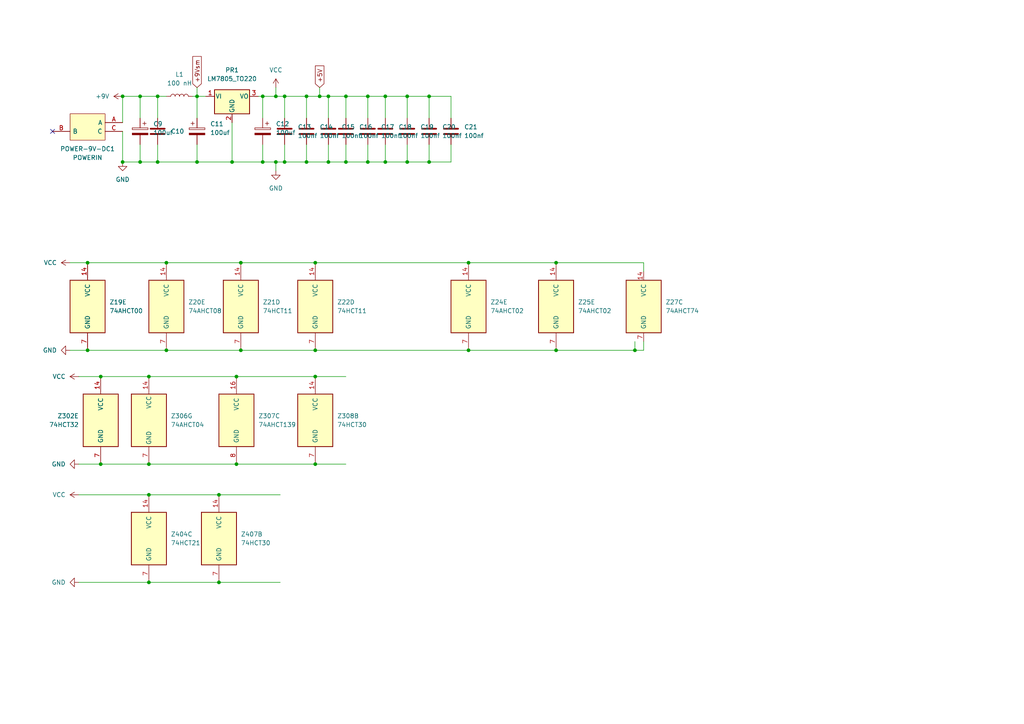
<source format=kicad_sch>
(kicad_sch (version 20211123) (generator eeschema)
  (paper "A4")
  (title_block (title "ACE4NOKB") (date "2020-04-30") (rev "Alpha") (company "Ontobus") (comment 1 "John Bradley") (comment 2 "https://creativecommons.org/licenses/by-nc-sa/4.0/") (comment 3 "Attribution-NonCommercial-ShareAlike 4.0 International License.") (comment 4 "This work is licensed under a Creative Commons "))
  (lib_symbols
    (symbol "74xx:74LS00" (pin_names (offset 1.016))
      (property "Reference" "U" (at 0 1.27 0))
      (property "Value" "74LS00" (at 0 -1.27 0))
      (symbol "74LS00_1_1"
        (pin input line (at -7.62 2.54 0) (length 3.81) (name "~") (number "1"))
        (pin input line (at -7.62 -2.54 0) (length 3.81) (name "~") (number "2"))
        (pin output inverted (at 7.62 0 180) (length 3.81) (name "~") (number "3"))
      )
      (symbol "74LS00_1_2"
        (pin input inverted (at -7.62 2.54 0) (length 4.318) (name "~") (number "1"))
        (pin input inverted (at -7.62 -2.54 0) (length 4.318) (name "~") (number "2"))
        (pin output line (at 7.62 0 180) (length 3.81) (name "~") (number "3"))
      )
      (symbol "74LS00_2_1"
        (pin input line (at -7.62 2.54 0) (length 3.81) (name "~") (number "4"))
        (pin input line (at -7.62 -2.54 0) (length 3.81) (name "~") (number "5"))
        (pin output inverted (at 7.62 0 180) (length 3.81) (name "~") (number "6"))
      )
      (symbol "74LS00_2_2"
        (pin input inverted (at -7.62 2.54 0) (length 4.318) (name "~") (number "4"))
        (pin input inverted (at -7.62 -2.54 0) (length 4.318) (name "~") (number "5"))
        (pin output line (at 7.62 0 180) (length 3.81) (name "~") (number "6"))
      )
      (symbol "74LS00_3_1"
        (pin input line (at -7.62 -2.54 0) (length 3.81) (name "~") (number "10"))
        (pin output inverted (at 7.62 0 180) (length 3.81) (name "~") (number "8"))
        (pin input line (at -7.62 2.54 0) (length 3.81) (name "~") (number "9"))
      )
      (symbol "74LS00_3_2"
        (pin input inverted (at -7.62 -2.54 0) (length 4.318) (name "~") (number "10"))
        (pin output line (at 7.62 0 180) (length 3.81) (name "~") (number "8"))
        (pin input inverted (at -7.62 2.54 0) (length 4.318) (name "~") (number "9"))
      )
      (symbol "74LS00_4_1"
        (pin output inverted (at 7.62 0 180) (length 3.81) (name "~") (number "11"))
        (pin input line (at -7.62 2.54 0) (length 3.81) (name "~") (number "12"))
        (pin input line (at -7.62 -2.54 0) (length 3.81) (name "~") (number "13"))
      )
      (symbol "74LS00_4_2"
        (pin output line (at 7.62 0 180) (length 3.81) (name "~") (number "11"))
        (pin input inverted (at -7.62 2.54 0) (length 4.318) (name "~") (number "12"))
        (pin input inverted (at -7.62 -2.54 0) (length 4.318) (name "~") (number "13"))
      )
      (symbol "74LS00_5_0"
        (pin power_in line (at 0 12.7 270) (length 5.08) (name "VCC") (number "14"))
        (pin power_in line (at 0 -12.7 90) (length 5.08) (name "GND") (number "7"))
      )
    )
    (symbol "74xx:74LS02" (pin_names (offset 1.016))
      (property "Reference" "U" (at 0 1.27 0))
      (property "Value" "74LS02" (at 0 -1.27 0))
      (symbol "74LS02_1_1"
        (pin output inverted (at 7.62 0 180) (length 3.81) (name "~") (number "1"))
        (pin input line (at -7.62 2.54 0) (length 4.318) (name "~") (number "2"))
        (pin input line (at -7.62 -2.54 0) (length 4.318) (name "~") (number "3"))
      )
      (symbol "74LS02_1_2"
        (pin output line (at 7.62 0 180) (length 3.81) (name "~") (number "1"))
        (pin input inverted (at -7.62 2.54 0) (length 3.81) (name "~") (number "2"))
        (pin input inverted (at -7.62 -2.54 0) (length 3.81) (name "~") (number "3"))
      )
      (symbol "74LS02_2_1"
        (pin output inverted (at 7.62 0 180) (length 3.81) (name "~") (number "4"))
        (pin input line (at -7.62 2.54 0) (length 4.318) (name "~") (number "5"))
        (pin input line (at -7.62 -2.54 0) (length 4.318) (name "~") (number "6"))
      )
      (symbol "74LS02_2_2"
        (pin output line (at 7.62 0 180) (length 3.81) (name "~") (number "4"))
        (pin input inverted (at -7.62 2.54 0) (length 3.81) (name "~") (number "5"))
        (pin input inverted (at -7.62 -2.54 0) (length 3.81) (name "~") (number "6"))
      )
      (symbol "74LS02_3_1"
        (pin output inverted (at 7.62 0 180) (length 3.81) (name "~") (number "10"))
        (pin input line (at -7.62 2.54 0) (length 4.318) (name "~") (number "8"))
        (pin input line (at -7.62 -2.54 0) (length 4.318) (name "~") (number "9"))
      )
      (symbol "74LS02_3_2"
        (pin output line (at 7.62 0 180) (length 3.81) (name "~") (number "10"))
        (pin input inverted (at -7.62 2.54 0) (length 3.81) (name "~") (number "8"))
        (pin input inverted (at -7.62 -2.54 0) (length 3.81) (name "~") (number "9"))
      )
      (symbol "74LS02_4_1"
        (pin input line (at -7.62 2.54 0) (length 4.318) (name "~") (number "11"))
        (pin input line (at -7.62 -2.54 0) (length 4.318) (name "~") (number "12"))
        (pin output inverted (at 7.62 0 180) (length 3.81) (name "~") (number "13"))
      )
      (symbol "74LS02_4_2"
        (pin input inverted (at -7.62 2.54 0) (length 3.81) (name "~") (number "11"))
        (pin input inverted (at -7.62 -2.54 0) (length 3.81) (name "~") (number "12"))
        (pin output line (at 7.62 0 180) (length 3.81) (name "~") (number "13"))
      )
      (symbol "74LS02_5_0"
        (pin power_in line (at 0 12.7 270) (length 5.08) (name "VCC") (number "14"))
        (pin power_in line (at 0 -12.7 90) (length 5.08) (name "GND") (number "7"))
      )
    )
    (symbol "74xx:74LS04"
      (property "Reference" "U" (at 0 1.27 0))
      (property "Value" "74LS04" (at 0 -1.27 0))
      (symbol "74LS04_1_0"
        (pin input line (at -7.62 0 0) (length 3.81) (name "~") (number "1"))
        (pin output inverted (at 7.62 0 180) (length 3.81) (name "~") (number "2"))
      )
      (symbol "74LS04_2_0"
        (pin input line (at -7.62 0 0) (length 3.81) (name "~") (number "3"))
        (pin output inverted (at 7.62 0 180) (length 3.81) (name "~") (number "4"))
      )
      (symbol "74LS04_3_0"
        (pin input line (at -7.62 0 0) (length 3.81) (name "~") (number "5"))
        (pin output inverted (at 7.62 0 180) (length 3.81) (name "~") (number "6"))
      )
      (symbol "74LS04_4_0"
        (pin output inverted (at 7.62 0 180) (length 3.81) (name "~") (number "8"))
        (pin input line (at -7.62 0 0) (length 3.81) (name "~") (number "9"))
      )
      (symbol "74LS04_5_0"
        (pin output inverted (at 7.62 0 180) (length 3.81) (name "~") (number "10"))
        (pin input line (at -7.62 0 0) (length 3.81) (name "~") (number "11"))
      )
      (symbol "74LS04_6_0"
        (pin output inverted (at 7.62 0 180) (length 3.81) (name "~") (number "12"))
        (pin input line (at -7.62 0 0) (length 3.81) (name "~") (number "13"))
      )
      (symbol "74LS04_7_0"
        (pin power_in line (at 0 12.7 270) (length 5.08) (name "VCC") (number "14"))
        (pin power_in line (at 0 -12.7 90) (length 5.08) (name "GND") (number "7"))
      )
    )
    (symbol "74xx:74LS08" (pin_names (offset 1.016))
      (property "Reference" "U" (at 0 1.27 0))
      (property "Value" "74LS08" (at 0 -1.27 0))
      (symbol "74LS08_1_1"
        (pin input line (at -7.62 2.54 0) (length 3.81) (name "~") (number "1"))
        (pin input line (at -7.62 -2.54 0) (length 3.81) (name "~") (number "2"))
        (pin output line (at 7.62 0 180) (length 3.81) (name "~") (number "3"))
      )
      (symbol "74LS08_1_2"
        (pin input inverted (at -7.62 2.54 0) (length 4.318) (name "~") (number "1"))
        (pin input inverted (at -7.62 -2.54 0) (length 4.318) (name "~") (number "2"))
        (pin output inverted (at 7.62 0 180) (length 3.81) (name "~") (number "3"))
      )
      (symbol "74LS08_2_1"
        (pin input line (at -7.62 2.54 0) (length 3.81) (name "~") (number "4"))
        (pin input line (at -7.62 -2.54 0) (length 3.81) (name "~") (number "5"))
        (pin output line (at 7.62 0 180) (length 3.81) (name "~") (number "6"))
      )
      (symbol "74LS08_2_2"
        (pin input inverted (at -7.62 2.54 0) (length 4.318) (name "~") (number "4"))
        (pin input inverted (at -7.62 -2.54 0) (length 4.318) (name "~") (number "5"))
        (pin output inverted (at 7.62 0 180) (length 3.81) (name "~") (number "6"))
      )
      (symbol "74LS08_3_1"
        (pin input line (at -7.62 -2.54 0) (length 3.81) (name "~") (number "10"))
        (pin output line (at 7.62 0 180) (length 3.81) (name "~") (number "8"))
        (pin input line (at -7.62 2.54 0) (length 3.81) (name "~") (number "9"))
      )
      (symbol "74LS08_3_2"
        (pin input inverted (at -7.62 -2.54 0) (length 4.318) (name "~") (number "10"))
        (pin output inverted (at 7.62 0 180) (length 3.81) (name "~") (number "8"))
        (pin input inverted (at -7.62 2.54 0) (length 4.318) (name "~") (number "9"))
      )
      (symbol "74LS08_4_1"
        (pin output line (at 7.62 0 180) (length 3.81) (name "~") (number "11"))
        (pin input line (at -7.62 2.54 0) (length 3.81) (name "~") (number "12"))
        (pin input line (at -7.62 -2.54 0) (length 3.81) (name "~") (number "13"))
      )
      (symbol "74LS08_4_2"
        (pin output inverted (at 7.62 0 180) (length 3.81) (name "~") (number "11"))
        (pin input inverted (at -7.62 2.54 0) (length 4.318) (name "~") (number "12"))
        (pin input inverted (at -7.62 -2.54 0) (length 4.318) (name "~") (number "13"))
      )
      (symbol "74LS08_5_0"
        (pin power_in line (at 0 12.7 270) (length 5.08) (name "VCC") (number "14"))
        (pin power_in line (at 0 -12.7 90) (length 5.08) (name "GND") (number "7"))
      )
    )
    (symbol "74xx:74LS11" (pin_names (offset 1.016))
      (property "Reference" "U" (at 0 1.27 0))
      (property "Value" "74LS11" (at 0 -1.27 0))
      (symbol "74LS11_1_1"
        (pin input line (at -7.62 2.54 0) (length 3.81) (name "~") (number "1"))
        (pin output line (at 7.62 0 180) (length 3.81) (name "~") (number "12"))
        (pin input line (at -7.62 -2.54 0) (length 3.81) (name "~") (number "13"))
        (pin input line (at -7.62 0 0) (length 3.81) (name "~") (number "2"))
      )
      (symbol "74LS11_1_2"
        (pin input inverted (at -7.62 2.54 0) (length 4.318) (name "~") (number "1"))
        (pin output inverted (at 7.62 0 180) (length 3.81) (name "~") (number "12"))
        (pin input inverted (at -7.62 -2.54 0) (length 4.318) (name "~") (number "13"))
        (pin input inverted (at -7.62 0 0) (length 4.953) (name "~") (number "2"))
      )
      (symbol "74LS11_2_1"
        (pin input line (at -7.62 2.54 0) (length 3.81) (name "~") (number "3"))
        (pin input line (at -7.62 0 0) (length 3.81) (name "~") (number "4"))
        (pin input line (at -7.62 -2.54 0) (length 3.81) (name "~") (number "5"))
        (pin output line (at 7.62 0 180) (length 3.81) (name "~") (number "6"))
      )
      (symbol "74LS11_2_2"
        (pin input inverted (at -7.62 2.54 0) (length 4.318) (name "~") (number "3"))
        (pin input inverted (at -7.62 0 0) (length 4.953) (name "~") (number "4"))
        (pin input inverted (at -7.62 -2.54 0) (length 4.318) (name "~") (number "5"))
        (pin output inverted (at 7.62 0 180) (length 3.81) (name "~") (number "6"))
      )
      (symbol "74LS11_3_1"
        (pin input line (at -7.62 0 0) (length 3.81) (name "~") (number "10"))
        (pin input line (at -7.62 -2.54 0) (length 3.81) (name "~") (number "11"))
        (pin output line (at 7.62 0 180) (length 3.81) (name "~") (number "8"))
        (pin input line (at -7.62 2.54 0) (length 3.81) (name "~") (number "9"))
      )
      (symbol "74LS11_3_2"
        (pin input inverted (at -7.62 0 0) (length 4.953) (name "~") (number "10"))
        (pin input inverted (at -7.62 -2.54 0) (length 4.318) (name "~") (number "11"))
        (pin output inverted (at 7.62 0 180) (length 3.81) (name "~") (number "8"))
        (pin input inverted (at -7.62 2.54 0) (length 4.318) (name "~") (number "9"))
      )
      (symbol "74LS11_4_0"
        (pin power_in line (at 0 12.7 270) (length 5.08) (name "VCC") (number "14"))
        (pin power_in line (at 0 -12.7 90) (length 5.08) (name "GND") (number "7"))
      )
    )
    (symbol "74xx:74LS139" (pin_names (offset 1.016))
      (property "Reference" "U" (at -7.62 8.89 0))
      (property "Value" "74LS139" (at -7.62 -8.89 0))
      (symbol "74LS139_1_0"
        (pin input inverted (at -12.7 -5.08 0) (length 5.08) (name "E") (number "1"))
        (pin input line (at -12.7 0 0) (length 5.08) (name "A0") (number "2"))
        (pin input line (at -12.7 2.54 0) (length 5.08) (name "A1") (number "3"))
        (pin output inverted (at 12.7 2.54 180) (length 5.08) (name "O0") (number "4"))
        (pin output inverted (at 12.7 0 180) (length 5.08) (name "O1") (number "5"))
        (pin output inverted (at 12.7 -2.54 180) (length 5.08) (name "O2") (number "6"))
        (pin output inverted (at 12.7 -5.08 180) (length 5.08) (name "O3") (number "7"))
      )
      (symbol "74LS139_2_0"
        (pin output inverted (at 12.7 -2.54 180) (length 5.08) (name "O2") (number "10"))
        (pin output inverted (at 12.7 0 180) (length 5.08) (name "O1") (number "11"))
        (pin output inverted (at 12.7 2.54 180) (length 5.08) (name "O0") (number "12"))
        (pin input line (at -12.7 2.54 0) (length 5.08) (name "A1") (number "13"))
        (pin input line (at -12.7 0 0) (length 5.08) (name "A0") (number "14"))
        (pin input inverted (at -12.7 -5.08 0) (length 5.08) (name "E") (number "15"))
        (pin output inverted (at 12.7 -5.08 180) (length 5.08) (name "O3") (number "9"))
      )
      (symbol "74LS139_3_0"
        (pin power_in line (at 0 12.7 270) (length 5.08) (name "VCC") (number "16"))
        (pin power_in line (at 0 -12.7 90) (length 5.08) (name "GND") (number "8"))
      )
    )
    (symbol "74xx:74LS21" (pin_names (offset 1.016))
      (property "Reference" "U" (at 0 1.27 0))
      (property "Value" "74LS21" (at 0 -1.27 0))
      (symbol "74LS21_1_1"
        (pin input line (at -7.62 3.81 0) (length 3.81) (name "~") (number "1"))
        (pin input line (at -7.62 1.27 0) (length 3.81) (name "~") (number "2"))
        (pin input line (at -7.62 -1.27 0) (length 3.81) (name "~") (number "4"))
        (pin input line (at -7.62 -3.81 0) (length 3.81) (name "~") (number "5"))
        (pin output line (at 7.62 0 180) (length 3.81) (name "~") (number "6"))
      )
      (symbol "74LS21_1_2"
        (pin input inverted (at -7.62 3.81 0) (length 3.81) (name "~") (number "1"))
        (pin input inverted (at -7.62 1.27 0) (length 4.826) (name "~") (number "2"))
        (pin input inverted (at -7.62 -1.27 0) (length 4.826) (name "~") (number "4"))
        (pin input inverted (at -7.62 -3.81 0) (length 3.81) (name "~") (number "5"))
        (pin output inverted (at 7.62 0 180) (length 3.81) (name "~") (number "6"))
      )
      (symbol "74LS21_2_1"
        (pin input line (at -7.62 1.27 0) (length 3.81) (name "~") (number "10"))
        (pin input line (at -7.62 -1.27 0) (length 3.81) (name "~") (number "12"))
        (pin input line (at -7.62 -3.81 0) (length 3.81) (name "~") (number "13"))
        (pin output line (at 7.62 0 180) (length 3.81) (name "~") (number "8"))
        (pin input line (at -7.62 3.81 0) (length 3.81) (name "~") (number "9"))
      )
      (symbol "74LS21_2_2"
        (pin input inverted (at -7.62 1.27 0) (length 4.826) (name "~") (number "10"))
        (pin input inverted (at -7.62 -1.27 0) (length 4.826) (name "~") (number "12"))
        (pin input inverted (at -7.62 -3.81 0) (length 3.81) (name "~") (number "13"))
        (pin output inverted (at 7.62 0 180) (length 3.81) (name "~") (number "8"))
        (pin input inverted (at -7.62 3.81 0) (length 3.81) (name "~") (number "9"))
      )
      (symbol "74LS21_3_0"
        (pin power_in line (at 0 12.7 270) (length 5.08) (name "VCC") (number "14"))
        (pin power_in line (at 0 -12.7 90) (length 5.08) (name "GND") (number "7"))
      )
    )
    (symbol "74xx:74LS30" (pin_names (offset 1.016))
      (property "Reference" "U" (at 0 1.27 0))
      (property "Value" "74LS30" (at 0 -1.27 0))
      (symbol "74LS30_1_1"
        (pin input line (at -7.62 7.62 0) (length 3.81) (name "~") (number "1"))
        (pin input line (at -7.62 -7.62 0) (length 3.81) (name "~") (number "11"))
        (pin input line (at -7.62 -10.16 0) (length 3.81) (name "~") (number "12"))
        (pin input line (at -7.62 5.08 0) (length 3.81) (name "~") (number "2"))
        (pin input line (at -7.62 2.54 0) (length 3.81) (name "~") (number "3"))
        (pin input line (at -7.62 0 0) (length 3.81) (name "~") (number "4"))
        (pin input line (at -7.62 -2.54 0) (length 3.81) (name "~") (number "5"))
        (pin input line (at -7.62 -5.08 0) (length 3.81) (name "~") (number "6"))
        (pin output inverted (at 7.62 0 180) (length 3.81) (name "~") (number "8"))
      )
      (symbol "74LS30_1_2"
        (pin input inverted (at -7.62 7.62 0) (length 3.81) (name "~") (number "1"))
        (pin input inverted (at -7.62 -7.62 0) (length 3.81) (name "~") (number "11"))
        (pin input inverted (at -7.62 -10.16 0) (length 3.81) (name "~") (number "12"))
        (pin input inverted (at -7.62 5.08 0) (length 3.81) (name "~") (number "2"))
        (pin input inverted (at -7.62 2.54 0) (length 4.5466) (name "~") (number "3"))
        (pin input inverted (at -7.62 0 0) (length 5.08) (name "~") (number "4"))
        (pin input inverted (at -7.62 -2.54 0) (length 4.5466) (name "~") (number "5"))
        (pin input inverted (at -7.62 -5.08 0) (length 3.81) (name "~") (number "6"))
        (pin output line (at 7.62 0 180) (length 3.81) (name "~") (number "8"))
      )
      (symbol "74LS30_2_0"
        (pin power_in line (at 0 12.7 270) (length 5.08) (name "VCC") (number "14"))
        (pin power_in line (at 0 -12.7 90) (length 5.08) (name "GND") (number "7"))
      )
    )
    (symbol "74xx:74LS32" (pin_names (offset 1.016))
      (property "Reference" "U" (at 0 1.27 0))
      (property "Value" "74LS32" (at 0 -1.27 0))
      (symbol "74LS32_1_1"
        (pin input line (at -7.62 2.54 0) (length 4.318) (name "~") (number "1"))
        (pin input line (at -7.62 -2.54 0) (length 4.318) (name "~") (number "2"))
        (pin output line (at 7.62 0 180) (length 3.81) (name "~") (number "3"))
      )
      (symbol "74LS32_1_2"
        (pin input inverted (at -7.62 2.54 0) (length 3.81) (name "~") (number "1"))
        (pin input inverted (at -7.62 -2.54 0) (length 3.81) (name "~") (number "2"))
        (pin output inverted (at 7.62 0 180) (length 3.81) (name "~") (number "3"))
      )
      (symbol "74LS32_2_1"
        (pin input line (at -7.62 2.54 0) (length 4.318) (name "~") (number "4"))
        (pin input line (at -7.62 -2.54 0) (length 4.318) (name "~") (number "5"))
        (pin output line (at 7.62 0 180) (length 3.81) (name "~") (number "6"))
      )
      (symbol "74LS32_2_2"
        (pin input inverted (at -7.62 2.54 0) (length 3.81) (name "~") (number "4"))
        (pin input inverted (at -7.62 -2.54 0) (length 3.81) (name "~") (number "5"))
        (pin output inverted (at 7.62 0 180) (length 3.81) (name "~") (number "6"))
      )
      (symbol "74LS32_3_1"
        (pin input line (at -7.62 -2.54 0) (length 4.318) (name "~") (number "10"))
        (pin output line (at 7.62 0 180) (length 3.81) (name "~") (number "8"))
        (pin input line (at -7.62 2.54 0) (length 4.318) (name "~") (number "9"))
      )
      (symbol "74LS32_3_2"
        (pin input inverted (at -7.62 -2.54 0) (length 3.81) (name "~") (number "10"))
        (pin output inverted (at 7.62 0 180) (length 3.81) (name "~") (number "8"))
        (pin input inverted (at -7.62 2.54 0) (length 3.81) (name "~") (number "9"))
      )
      (symbol "74LS32_4_1"
        (pin output line (at 7.62 0 180) (length 3.81) (name "~") (number "11"))
        (pin input line (at -7.62 2.54 0) (length 4.318) (name "~") (number "12"))
        (pin input line (at -7.62 -2.54 0) (length 4.318) (name "~") (number "13"))
      )
      (symbol "74LS32_4_2"
        (pin output inverted (at 7.62 0 180) (length 3.81) (name "~") (number "11"))
        (pin input inverted (at -7.62 2.54 0) (length 3.81) (name "~") (number "12"))
        (pin input inverted (at -7.62 -2.54 0) (length 3.81) (name "~") (number "13"))
      )
      (symbol "74LS32_5_0"
        (pin power_in line (at 0 12.7 270) (length 5.08) (name "VCC") (number "14"))
        (pin power_in line (at 0 -12.7 90) (length 5.08) (name "GND") (number "7"))
      )
    )
    (symbol "74xx:74LS74" (pin_names (offset 1.016))
      (property "Reference" "U" (at -7.62 8.89 0))
      (property "Value" "74LS74" (at -7.62 -8.89 0))
      (symbol "74LS74_1_0"
        (pin input line (at 0 -7.62 90) (length 2.54) (name "~{R}") (number "1"))
        (pin input line (at -7.62 2.54 0) (length 2.54) (name "D") (number "2"))
        (pin input clock (at -7.62 0 0) (length 2.54) (name "C") (number "3"))
        (pin input line (at 0 7.62 270) (length 2.54) (name "~{S}") (number "4"))
        (pin output line (at 7.62 2.54 180) (length 2.54) (name "Q") (number "5"))
        (pin output line (at 7.62 -2.54 180) (length 2.54) (name "~{Q}") (number "6"))
      )
      (symbol "74LS74_2_0"
        (pin input line (at 0 7.62 270) (length 2.54) (name "~{S}") (number "10"))
        (pin input clock (at -7.62 0 0) (length 2.54) (name "C") (number "11"))
        (pin input line (at -7.62 2.54 0) (length 2.54) (name "D") (number "12"))
        (pin input line (at 0 -7.62 90) (length 2.54) (name "~{R}") (number "13"))
        (pin output line (at 7.62 -2.54 180) (length 2.54) (name "~{Q}") (number "8"))
        (pin output line (at 7.62 2.54 180) (length 2.54) (name "Q") (number "9"))
      )
      (symbol "74LS74_3_0"
        (pin power_in line (at 0 10.16 270) (length 2.54) (name "VCC") (number "14"))
        (pin power_in line (at 0 -10.16 90) (length 2.54) (name "GND") (number "7"))
      )
    )
    (symbol "Device:C" (pin_numbers hide) (pin_names (offset 0.254))
      (property "Reference" "C" (at 0.635 2.54 0))
      (property "Value" "C" (at 0.635 -2.54 0))
      (symbol "C_1_1"
        (pin passive line (at 0 3.81 270) (length 2.794) (name "~") (number "1"))
        (pin passive line (at 0 -3.81 90) (length 2.794) (name "~") (number "2"))
      )
    )
    (symbol "Device:C_Polarized" (pin_numbers hide) (pin_names (offset 0.254))
      (property "Reference" "C" (at 0.635 2.54 0))
      (property "Value" "C_Polarized" (at 0.635 -2.54 0))
      (symbol "C_Polarized_1_1"
        (pin passive line (at 0 3.81 270) (length 2.794) (name "~") (number "1"))
        (pin passive line (at 0 -3.81 90) (length 2.794) (name "~") (number "2"))
      )
    )
    (symbol "ExtraSymbols:163-179PH-EX" (pin_names (offset 0.762))
      (property "Reference" "J" (at 16.51 7.62 0))
      (property "Value" "163-179PH-EX" (at 16.51 5.08 0))
      (symbol "163-179PH-EX_0_0"
        (pin power_out line (at 20.32 -2.54 180) (length 5.08) (name "A") (number "A"))
        (pin power_out line (at 0 0 0) (length 5.08) (name "B") (number "B"))
        (pin power_out line (at 20.32 0 180) (length 5.08) (name "C") (number "C"))
      )
    )
    (symbol "ExtraSymbols:L(PSU)" (pin_numbers hide) (pin_names (offset 1.016) hide)
      (property "Reference" "L" (at -1.27 0 90))
      (property "Value" "L(PSU)" (at 1.905 0 90))
      (symbol "L(PSU)_1_1"
        (pin power_in line (at 0 3.81 270) (length 1.27) (name "1") (number "1"))
        (pin power_out line (at 0 -3.81 90) (length 1.27) (name "2") (number "2"))
      )
    )
    (symbol "Regulator_Linear:LM7805_TO220" (pin_names (offset 0.254))
      (property "Reference" "U" (at -3.81 3.175 0))
      (property "Value" "LM7805_TO220" (at 0 3.175 0))
      (symbol "LM7805_TO220_1_1"
        (pin power_in line (at -7.62 0 0) (length 2.54) (name "VI") (number "1"))
        (pin power_in line (at 0 -7.62 90) (length 2.54) (name "GND") (number "2"))
        (pin power_out line (at 7.62 0 180) (length 2.54) (name "VO") (number "3"))
      )
    )
    (symbol "power:+9V" (power) (pin_names (offset 0))
      (property "Value" "+9V" (at 0 3.556 0))
      (symbol "+9V_1_1"
        (pin power_in line (at 0 0 90) (length 0) hide (name "+9V") (number "1"))
      )
    )
    (symbol "power:GND" (power) (pin_names (offset 0))
      (property "Value" "GND" (at 0 -3.81 0))
      (symbol "GND_1_1"
        (pin power_in line (at 0 0 270) (length 0) hide (name "GND") (number "1"))
      )
    )
    (symbol "power:VCC" (power) (pin_names (offset 0))
      (property "Value" "VCC" (at 0 3.81 0))
      (symbol "VCC_1_1"
        (pin power_in line (at 0 0 90) (length 0) hide (name "VCC") (number "1"))
      )
    )
  )
  (junction (at 92.71 27.94))
  (junction (at 88.9 46.99))
  (junction (at 45.72 46.99))
  (junction (at 67.31 46.99))
  (junction (at 106.68 46.99))
  (junction (at 100.33 27.94))
  (junction (at 135.89 101.6))
  (junction (at 111.76 46.99))
  (junction (at 57.15 46.99))
  (junction (at 95.25 46.99))
  (junction (at 82.55 46.99))
  (junction (at 124.46 46.99))
  (junction (at 161.29 101.6))
  (junction (at 161.29 76.2))
  (junction (at 43.18 134.62))
  (junction (at 135.89 76.2))
  (junction (at 80.01 46.99))
  (junction (at 124.46 27.94))
  (junction (at 91.44 109.22))
  (junction (at 43.18 109.22))
  (junction (at 43.18 168.91))
  (junction (at 48.26 101.6))
  (junction (at 57.15 27.94))
  (junction (at 82.55 27.94))
  (junction (at 76.2 27.94))
  (junction (at 76.2 46.99))
  (junction (at 35.56 27.94))
  (junction (at 91.44 101.6))
  (junction (at 48.26 76.2))
  (junction (at 68.58 109.22))
  (junction (at 69.85 76.2))
  (junction (at 40.64 27.94))
  (junction (at 25.4 76.2))
  (junction (at 118.11 27.94))
  (junction (at 184.15 101.6))
  (junction (at 40.64 46.99))
  (junction (at 35.56 46.99))
  (junction (at 69.85 101.6))
  (junction (at 91.44 134.62))
  (junction (at 63.5 143.51))
  (junction (at 25.4 101.6))
  (junction (at 118.11 46.99))
  (junction (at 43.18 143.51))
  (junction (at 29.21 134.62))
  (junction (at 88.9 27.94))
  (junction (at 100.33 46.99))
  (junction (at 91.44 76.2))
  (junction (at 106.68 27.94))
  (junction (at 29.21 109.22))
  (junction (at 111.76 27.94))
  (junction (at 68.58 134.62))
  (junction (at 63.5 168.91))
  (junction (at 80.01 27.94))
  (junction (at 45.72 27.94))
  (junction (at 95.25 27.94))
  (no_connect (at 15.24 38.1))
  (wire (pts (xy 118.11 27.94) (xy 124.46 27.94)))
  (wire (pts (xy 124.46 27.94) (xy 124.46 34.29)))
  (wire (pts (xy 82.55 46.99) (xy 88.9 46.99)))
  (wire (pts (xy 184.15 99.06) (xy 184.15 101.6)))
  (wire (pts (xy 20.32 101.6) (xy 25.4 101.6)))
  (wire (pts (xy 22.86 109.22) (xy 29.21 109.22)))
  (wire (pts (xy 95.25 27.94) (xy 100.33 27.94)))
  (wire (pts (xy 25.4 101.6) (xy 48.26 101.6)))
  (wire (pts (xy 95.25 27.94) (xy 95.25 34.29)))
  (wire (pts (xy 100.33 41.91) (xy 100.33 46.99)))
  (wire (pts (xy 100.33 46.99) (xy 106.68 46.99)))
  (wire (pts (xy 100.33 27.94) (xy 100.33 34.29)))
  (wire (pts (xy 161.29 101.6) (xy 184.15 101.6)))
  (wire (pts (xy 43.18 134.62) (xy 68.58 134.62)))
  (wire (pts (xy 92.71 25.4) (xy 92.71 27.94)))
  (wire (pts (xy 106.68 46.99) (xy 111.76 46.99)))
  (wire (pts (xy 40.64 41.91) (xy 40.64 46.99)))
  (wire (pts (xy 35.56 38.1) (xy 35.56 46.99)))
  (wire (pts (xy 25.4 76.2) (xy 48.26 76.2)))
  (wire (pts (xy 186.69 99.06) (xy 186.69 101.6)))
  (wire (pts (xy 186.69 76.2) (xy 186.69 78.74)))
  (wire (pts (xy 130.81 27.94) (xy 130.81 34.29)))
  (wire (pts (xy 76.2 41.91) (xy 76.2 46.99)))
  (wire (pts (xy 92.71 27.94) (xy 95.25 27.94)))
  (wire (pts (xy 80.01 25.4) (xy 80.01 27.94)))
  (wire (pts (xy 118.11 46.99) (xy 124.46 46.99)))
  (wire (pts (xy 91.44 101.6) (xy 135.89 101.6)))
  (wire (pts (xy 76.2 27.94) (xy 80.01 27.94)))
  (wire (pts (xy 63.5 168.91) (xy 81.28 168.91)))
  (wire (pts (xy 88.9 27.94) (xy 88.9 34.29)))
  (wire (pts (xy 76.2 34.29) (xy 76.2 27.94)))
  (wire (pts (xy 29.21 109.22) (xy 43.18 109.22)))
  (wire (pts (xy 80.01 49.53) (xy 80.01 46.99)))
  (wire (pts (xy 95.25 46.99) (xy 100.33 46.99)))
  (wire (pts (xy 69.85 101.6) (xy 91.44 101.6)))
  (wire (pts (xy 111.76 27.94) (xy 118.11 27.94)))
  (wire (pts (xy 45.72 41.91) (xy 45.72 46.99)))
  (wire (pts (xy 67.31 46.99) (xy 76.2 46.99)))
  (wire (pts (xy 22.86 143.51) (xy 43.18 143.51)))
  (wire (pts (xy 88.9 41.91) (xy 88.9 46.99)))
  (wire (pts (xy 130.81 41.91) (xy 130.81 46.99)))
  (wire (pts (xy 100.33 27.94) (xy 106.68 27.94)))
  (wire (pts (xy 22.86 134.62) (xy 29.21 134.62)))
  (wire (pts (xy 161.29 76.2) (xy 186.69 76.2)))
  (wire (pts (xy 63.5 143.51) (xy 81.28 143.51)))
  (wire (pts (xy 111.76 41.91) (xy 111.76 46.99)))
  (wire (pts (xy 184.15 101.6) (xy 186.69 101.6)))
  (wire (pts (xy 91.44 134.62) (xy 100.33 134.62)))
  (wire (pts (xy 59.69 27.94) (xy 57.15 27.94)))
  (wire (pts (xy 55.88 27.94) (xy 57.15 27.94)))
  (wire (pts (xy 48.26 101.6) (xy 69.85 101.6)))
  (wire (pts (xy 106.68 27.94) (xy 111.76 27.94)))
  (wire (pts (xy 48.26 27.94) (xy 45.72 27.94)))
  (wire (pts (xy 118.11 27.94) (xy 118.11 34.29)))
  (wire (pts (xy 35.56 27.94) (xy 35.56 35.56)))
  (wire (pts (xy 22.86 168.91) (xy 43.18 168.91)))
  (wire (pts (xy 82.55 27.94) (xy 88.9 27.94)))
  (wire (pts (xy 82.55 27.94) (xy 82.55 34.29)))
  (wire (pts (xy 68.58 134.62) (xy 91.44 134.62)))
  (wire (pts (xy 69.85 76.2) (xy 91.44 76.2)))
  (wire (pts (xy 57.15 46.99) (xy 67.31 46.99)))
  (wire (pts (xy 45.72 46.99) (xy 40.64 46.99)))
  (wire (pts (xy 68.58 109.22) (xy 91.44 109.22)))
  (wire (pts (xy 106.68 41.91) (xy 106.68 46.99)))
  (wire (pts (xy 88.9 27.94) (xy 92.71 27.94)))
  (wire (pts (xy 106.68 27.94) (xy 106.68 34.29)))
  (wire (pts (xy 124.46 46.99) (xy 130.81 46.99)))
  (wire (pts (xy 91.44 109.22) (xy 100.33 109.22)))
  (wire (pts (xy 118.11 41.91) (xy 118.11 46.99)))
  (wire (pts (xy 43.18 109.22) (xy 68.58 109.22)))
  (wire (pts (xy 74.93 27.94) (xy 76.2 27.94)))
  (wire (pts (xy 76.2 46.99) (xy 80.01 46.99)))
  (wire (pts (xy 91.44 76.2) (xy 135.89 76.2)))
  (wire (pts (xy 40.64 27.94) (xy 45.72 27.94)))
  (wire (pts (xy 45.72 27.94) (xy 45.72 34.29)))
  (wire (pts (xy 80.01 27.94) (xy 82.55 27.94)))
  (wire (pts (xy 95.25 41.91) (xy 95.25 46.99)))
  (wire (pts (xy 57.15 46.99) (xy 45.72 46.99)))
  (wire (pts (xy 111.76 46.99) (xy 118.11 46.99)))
  (wire (pts (xy 67.31 35.56) (xy 67.31 46.99)))
  (wire (pts (xy 57.15 27.94) (xy 57.15 34.29)))
  (wire (pts (xy 35.56 27.94) (xy 40.64 27.94)))
  (wire (pts (xy 80.01 46.99) (xy 82.55 46.99)))
  (wire (pts (xy 40.64 46.99) (xy 35.56 46.99)))
  (wire (pts (xy 40.64 34.29) (xy 40.64 27.94)))
  (wire (pts (xy 43.18 168.91) (xy 63.5 168.91)))
  (wire (pts (xy 82.55 41.91) (xy 82.55 46.99)))
  (wire (pts (xy 43.18 143.51) (xy 63.5 143.51)))
  (wire (pts (xy 48.26 76.2) (xy 69.85 76.2)))
  (wire (pts (xy 124.46 41.91) (xy 124.46 46.99)))
  (wire (pts (xy 88.9 46.99) (xy 95.25 46.99)))
  (wire (pts (xy 124.46 27.94) (xy 130.81 27.94)))
  (wire (pts (xy 135.89 101.6) (xy 161.29 101.6)))
  (wire (pts (xy 57.15 25.4) (xy 57.15 27.94)))
  (wire (pts (xy 57.15 41.91) (xy 57.15 46.99)))
  (wire (pts (xy 111.76 27.94) (xy 111.76 34.29)))
  (wire (pts (xy 29.21 134.62) (xy 43.18 134.62)))
  (wire (pts (xy 20.32 76.2) (xy 25.4 76.2)))
  (wire (pts (xy 135.89 76.2) (xy 161.29 76.2)))
  (global_label "+9Vsm" (shape input) (at 57.15 25.4 90) (property "Intersheetrefs" "${INTERSHEET_REFS}" (at 57.0706 16.4839 90) (effects (justify left))))
  (global_label "+5V" (shape input) (at 92.71 25.4 90) (property "Intersheet References" "${INTERSHEET_REFS}" (at 92.6306 19.2053 90) (effects (justify left))))
  (symbol (lib_id "Device:C") (at 95.25 38.1 0) (unit 1)
    (property "Reference" "C15" (at 99.06 36.8299 0) (effects (justify left)))
    (property "Value" "100nf" (at 99.06 39.3699 0) (effects (justify left)))
    (property "Footprint" "Capacitor_THT:C_Disc_D3.0mm_W1.6mm_P2.50mm" (effects hide))
    (property "Description" "Vishay 100nF Multilayer Ceramic Capacitor MLCC 50V dc +~-10% X7R Dielectric Radial, Max. Temp. +125C" (effects hide))
    (property "Height" "3" (effects hide))
    (property "RS Part Number" "8523267" (effects hide))
    (property "RS Price/Stock" "http:/uk.rs-online.com/web/p/products/8523267" (effects hide))
    (property "Manufacturer_Name" "Vishay" (effects hide))
    (property "Manufacturer_Part_Number" "K104K10X7RF53H5" (effects hide))
    (property "Allied_Number" "70122995" (effects hide))
  )
  (symbol (lib_id "Device:C") (at 100.33 38.1 0) (unit 1)
    (property "Reference" "C16" (at 104.14 36.8299 0) (effects (justify left)))
    (property "Value" "100nf" (at 104.14 39.3699 0) (effects (justify left)))
    (property "Footprint" "Capacitor_THT:C_Disc_D3.0mm_W1.6mm_P2.50mm" (effects hide))
    (property "Description" "Vishay 100nF Multilayer Ceramic Capacitor MLCC 50V dc +~-10% X7R Dielectric Radial, Max. Temp. +125C" (effects hide))
    (property "Height" "3" (effects hide))
    (property "RS Part Number" "8523267" (effects hide))
    (property "RS Price/Stock" "http:/uk.rs-online.com/web/p/products/8523267" (effects hide))
    (property "Manufacturer_Name" "Vishay" (effects hide))
    (property "Manufacturer_Part_Number" "K104K10X7RF53H5" (effects hide))
    (property "Allied_Number" "70122995" (effects hide))
  )
  (symbol (lib_id "Device:C") (at 106.68 38.1 0) (unit 1)
    (property "Reference" "C17" (at 110.49 36.8299 0) (effects (justify left)))
    (property "Value" "100nf" (at 110.49 39.3699 0) (effects (justify left)))
    (property "Footprint" "Capacitor_THT:C_Disc_D3.0mm_W1.6mm_P2.50mm" (effects hide))
    (property "Description" "Vishay 100nF Multilayer Ceramic Capacitor MLCC 50V dc +~-10% X7R Dielectric Radial, Max. Temp. +125C" (effects hide))
    (property "Height" "3" (effects hide))
    (property "RS Part Number" "8523267" (effects hide))
    (property "RS Price/Stock" "http:/uk.rs-online.com/web/p/products/8523267" (effects hide))
    (property "Manufacturer_Name" "Vishay" (effects hide))
    (property "Manufacturer_Part_Number" "K104K10X7RF53H5" (effects hide))
    (property "Allied_Number" "70122995" (effects hide))
  )
  (symbol (lib_id "Device:C") (at 111.76 38.1 0) (unit 1)
    (property "Reference" "C18" (at 115.57 36.8299 0) (effects (justify left)))
    (property "Value" "100nf" (at 115.57 39.3699 0) (effects (justify left)))
    (property "Footprint" "Capacitor_THT:C_Disc_D3.0mm_W1.6mm_P2.50mm" (effects hide))
    (property "Description" "Vishay 100nF Multilayer Ceramic Capacitor MLCC 50V dc +~-10% X7R Dielectric Radial, Max. Temp. +125C" (effects hide))
    (property "Height" "3" (effects hide))
    (property "RS Part Number" "8523267" (effects hide))
    (property "RS Price/Stock" "http:/uk.rs-online.com/web/p/products/8523267" (effects hide))
    (property "Manufacturer_Name" "Vishay" (effects hide))
    (property "Manufacturer_Part_Number" "K104K10X7RF53H5" (effects hide))
    (property "Allied_Number" "70122995" (effects hide))
  )
  (symbol (lib_id "Device:C") (at 118.11 38.1 0) (unit 1)
    (property "Reference" "C19" (at 121.92 36.8299 0) (effects (justify left)))
    (property "Value" "100nf" (at 121.92 39.3699 0) (effects (justify left)))
    (property "Footprint" "Capacitor_THT:C_Disc_D3.0mm_W1.6mm_P2.50mm" (effects hide))
    (property "Description" "Vishay 100nF Multilayer Ceramic Capacitor MLCC 50V dc +~-10% X7R Dielectric Radial, Max. Temp. +125C" (effects hide))
    (property "Height" "3" (effects hide))
    (property "RS Part Number" "8523267" (effects hide))
    (property "RS Price/Stock" "http:/uk.rs-online.com/web/p/products/8523267" (effects hide))
    (property "Manufacturer_Name" "Vishay" (effects hide))
    (property "Manufacturer_Part_Number" "K104K10X7RF53H5" (effects hide))
    (property "Allied_Number" "70122995" (effects hide))
  )
  (symbol (lib_id "Device:C") (at 124.46 38.1 0) (unit 1)
    (property "Reference" "C20" (at 128.27 36.8299 0) (effects (justify left)))
    (property "Value" "100nf" (at 128.27 39.3699 0) (effects (justify left)))
    (property "Footprint" "Capacitor_THT:C_Disc_D3.0mm_W1.6mm_P2.50mm" (effects hide))
    (property "Description" "Vishay 100nF Multilayer Ceramic Capacitor MLCC 50V dc +~-10% X7R Dielectric Radial, Max. Temp. +125C" (effects hide))
    (property "Height" "3" (effects hide))
    (property "RS Part Number" "8523267" (effects hide))
    (property "RS Price/Stock" "http:/uk.rs-online.com/web/p/products/8523267" (effects hide))
    (property "Manufacturer_Name" "Vishay" (effects hide))
    (property "Manufacturer_Part_Number" "K104K10X7RF53H5" (effects hide))
    (property "Allied_Number" "70122995" (effects hide))
  )
  (symbol (lib_id "Device:C") (at 88.9 38.1 0) (unit 1)
    (property "Reference" "C14" (at 92.71 36.8299 0) (effects (justify left)))
    (property "Value" "100nf" (at 92.71 39.3699 0) (effects (justify left)))
    (property "Footprint" "Capacitor_THT:C_Disc_D3.0mm_W1.6mm_P2.50mm" (effects hide))
    (property "Description" "Vishay 100nF Multilayer Ceramic Capacitor MLCC 50V dc +~-10% X7R Dielectric Radial, Max. Temp. +125C" (effects hide))
    (property "Height" "3" (effects hide))
    (property "RS Part Number" "8523267" (effects hide))
    (property "RS Price/Stock" "http:/uk.rs-online.com/web/p/products/8523267" (effects hide))
    (property "Manufacturer_Name" "Vishay" (effects hide))
    (property "Manufacturer_Part_Number" "K104K10X7RF53H5" (effects hide))
    (property "Allied_Number" "70122995" (effects hide))
  )
  (symbol (lib_id "Device:C") (at 45.72 38.1 0) (unit 1)
    (property "Reference" "C10" (at 49.53 38.0999 0) (effects (justify left)))
    (property "Value" "100nf" (effects hide))
    (property "Footprint" "Capacitor_THT:C_Disc_D3.0mm_W1.6mm_P2.50mm" (effects hide))
    (property "Description" "Vishay 100nF Multilayer Ceramic Capacitor MLCC 50V dc +~-10% X7R Dielectric Radial, Max. Temp. +125C" (effects hide))
    (property "Height" "3" (effects hide))
    (property "RS Part Number" "8523267" (effects hide))
    (property "RS Price/Stock" "http:/uk.rs-online.com/web/p/products/8523267" (effects hide))
    (property "Manufacturer_Name" "Vishay" (effects hide))
    (property "Manufacturer_Part_Number" "K104K10X7RF53H5" (effects hide))
    (property "Allied_Number" "70122995" (effects hide))
  )
  (symbol (lib_id "ExtraSymbols:L(PSU)") (at 52.07 27.94 90) (unit 1)
    (property "Reference" "L1" (at 52.07 21.59 90))
    (property "Value" "100 nH" (at 52.07 24.13 90))
    (property "Footprint" "ExtraFootprints:KEMET_SBT_0260T" (effects hide))
    (property "Manufacturer_Name" "KEMET" (effects hide))
    (property "Manufacturer_Part_Number" "SBT-0260TF" (effects hide))
  )
  (symbol (lib_id "Device:C_Polarized") (at 40.64 38.1 0) (mirror y) (unit 1)
    (property "Reference" "C9" (at 44.45 35.9409 0) (effects (justify right)))
    (property "Value" "100uf" (at 44.45 38.4809 0) (effects (justify right)))
    (property "Footprint" "Capacitor_THT:CP_Radial_D5.0mm_P2.00mm" (effects hide))
    (property "Manufacturer_Name" "Wurth Elektronik" (effects hide))
    (property "Manufacturer_Part_Number" "860010372006" (effects hide))
  )
  (symbol (lib_id "Device:C_Polarized") (at 76.2 38.1 0) (mirror y) (unit 1)
    (property "Reference" "C12" (at 80.01 35.9409 0) (effects (justify right)))
    (property "Value" "100uf" (at 80.01 38.4809 0) (effects (justify right)))
    (property "Footprint" "Capacitor_THT:CP_Radial_D5.0mm_P2.00mm" (effects hide))
    (property "Manufacturer_Name" "Wurth Elektronik" (effects hide))
    (property "Manufacturer_Part_Number" "860010372006" (effects hide))
  )
  (symbol (lib_id "74xx:74LS139") (at 68.58 121.92 0) (mirror y) (unit 3)
    (property "Reference" "Z307" (at 74.93 120.6499 0) (effects (justify right)))
    (property "Value" "74AHCT139" (at 74.93 123.1899 0) (effects (justify right)))
    (property "Footprint" "Package_DIP:DIP-16_W7.62mm_Socket" (effects hide))
    (property "Datasheet" "http://www.ti.com/lit/ds/symlink/sn74ls139a.pdf" (effects hide))
    (property "Manufacturer_Name" "Texas Instruments" (effects hide))
    (property "Manufacturer_Part_Number" "SN74AHCT139N " (effects hide))
  )
  (symbol (lib_id "Device:C_Polarized") (at 57.15 38.1 0) (unit 1)
    (property "Reference" "C11" (at 60.96 35.9409 0) (effects (justify left)))
    (property "Value" "100uf" (at 60.96 38.4809 0) (effects (justify left)))
    (property "Footprint" "Capacitor_THT:CP_Radial_D5.0mm_P2.00mm" (effects hide))
    (property "Description" "Vishay 100nF Multilayer Ceramic Capacitor MLCC 50V dc +~-10% X7R Dielectric Radial, Max. Temp. +125C" (effects hide))
    (property "Height" "3" (effects hide))
    (property "RS Part Number" "8523267" (effects hide))
    (property "RS Price/Stock" "http:/uk.rs-online.com/web/p/products/8523267" (effects hide))
    (property "Manufacturer_Name" "Wurth Elektronik" (effects hide))
    (property "Manufacturer_Part_Number" "860010372006" (effects hide))
    (property "Allied_Number" "70122995" (effects hide))
  )
  (symbol (lib_id "Device:C") (at 82.55 38.1 0) (unit 1)
    (property "Reference" "C13" (at 86.36 36.8299 0) (effects (justify left)))
    (property "Value" "100nf" (at 86.36 39.3699 0) (effects (justify left)))
    (property "Footprint" "Capacitor_THT:C_Disc_D3.0mm_W1.6mm_P2.50mm" (effects hide))
    (property "Description" "Vishay 100nF Multilayer Ceramic Capacitor MLCC 50V dc +~-10% X7R Dielectric Radial, Max. Temp. +125C" (effects hide))
    (property "Height" "3" (effects hide))
    (property "RS Part Number" "8523267" (effects hide))
    (property "RS Price/Stock" "http:/uk.rs-online.com/web/p/products/8523267" (effects hide))
    (property "Manufacturer_Name" "Vishay" (effects hide))
    (property "Manufacturer_Part_Number" "K104K10X7RF53H5" (effects hide))
    (property "Allied_Number" "70122995" (effects hide))
  )
  (symbol (lib_id "power:GND") (at 80.01 49.53 0) (unit 1)
    (property "Reference" "#~PWR0103" (effects hide))
    (property "Value" "GND" (at 80.01 54.61 0))
  )
  (symbol (lib_id "74xx:74LS32") (at 29.21 121.92 0) (unit 5)
    (property "Reference" "Z302" (at 22.86 120.6499 0) (effects (justify right)))
    (property "Value" "74HCT32" (at 22.86 123.1899 0) (effects (justify right)))
    (property "Footprint" "Package_DIP:DIP-14_W7.62mm_Socket" (effects hide))
    (property "Datasheet" "http://www.ti.com/lit/gpn/sn74LS32" (effects hide))
    (property "Manufacturer_Name" "Texas Instruments" (effects hide))
    (property "Manufacturer_Part_Number" "SN74HCT32NE4" (effects hide))
  )
  (symbol (lib_id "power:GND") (at 22.86 134.62 270) (unit 1)
    (property "Reference" "#~PWR0125" (effects hide))
    (property "Value" "GND" (at 19.05 134.6199 90) (effects (justify right)))
  )
  (symbol (lib_id "power:VCC") (at 22.86 109.22 90) (unit 1)
    (property "Reference" "#~PWR0127" (effects hide))
    (property "Value" "VCC" (at 19.05 109.2199 90) (effects (justify left)))
  )
  (symbol (lib_id "power:VCC") (at 80.01 25.4 0) (unit 1)
    (property "Reference" "#~PWR0102" (effects hide))
    (property "Value" "VCC" (at 80.01 20.32 0))
  )
  (symbol (lib_id "power:GND") (at 20.32 101.6 270) (unit 1)
    (property "Reference" "#~PWR0134" (effects hide))
    (property "Value" "GND" (at 16.51 101.5999 90) (effects (justify right)))
  )
  (symbol (lib_id "power:VCC") (at 20.32 76.2 90) (unit 1)
    (property "Reference" "#~PWR0135" (effects hide))
    (property "Value" "VCC" (at 16.51 76.1999 90) (effects (justify left)))
  )
  (symbol (lib_id "power:GND") (at 22.86 168.91 270) (unit 1)
    (property "Reference" "#~PWR0136" (effects hide))
    (property "Value" "GND" (at 19.05 168.9099 90) (effects (justify right)))
  )
  (symbol (lib_id "power:VCC") (at 22.86 143.51 90) (unit 1)
    (property "Reference" "#~PWR0137" (effects hide))
    (property "Value" "VCC" (at 19.05 143.5099 90) (effects (justify left)))
  )
  (symbol (lib_id "74xx:74LS21") (at 43.18 156.21 0) (unit 3)
    (property "Reference" "Z404" (at 49.53 154.9399 0) (effects (justify left)))
    (property "Value" "74HCT21" (at 49.53 157.4799 0) (effects (justify left)))
    (property "Footprint" "Package_DIP:DIP-14_W7.62mm_Socket" (effects hide))
    (property "Datasheet" "http://www.ti.com/lit/gpn/sn74LS21" (effects hide))
    (property "Manufacturer_Name" "Texas Instruments" (effects hide))
    (property "Manufacturer_Part_Number" "CD74HCT21E" (effects hide))
  )
  (symbol (lib_id "74xx:74LS30") (at 91.44 121.92 0) (mirror y) (unit 2)
    (property "Reference" "Z308" (at 97.79 120.6499 0) (effects (justify right)))
    (property "Value" "74HCT30" (at 97.79 123.1899 0) (effects (justify right)))
    (property "Footprint" "Package_DIP:DIP-14_W7.62mm_Socket" (effects hide))
    (property "Datasheet" "http://www.ti.com/lit/gpn/sn74LS30" (effects hide))
    (property "Manufacturer_Name" "Texas Instruments" (effects hide))
    (property "Manufacturer_Part_Number" "CD74HC30E" (effects hide))
  )
  (symbol (lib_id "ExtraSymbols:163-179PH-EX") (at 15.24 38.1 0) (mirror x) (unit 1)
    (property "Reference" "POWER-9V-DC1" (at 25.4 43.18 0))
    (property "Value" "POWERIN" (at 25.4 45.72 0))
    (property "Footprint" "163179PHEX" (effects hide))
    (property "Datasheet" "https://componentsearchengine.com/Datasheets/1/163-179PH-EX.pdf" (effects hide))
    (property "Manufacturer_Name" "Kobiconn" (effects hide))
    (property "Manufacturer_Part_Number" "163-179PH-EX" (effects hide))
    (property "Description" "DC Power Connectors PCB 2.1MM" (effects hide))
    (property "Height" "11" (effects hide))
    (property "Mouser Part Number" "163-179PH-EX" (effects hide))
    (property "Mouser Price/Stock" "https://www.mouser.co.uk/ProductDetail/Kobiconn/163-179PH-EX?qs=Xb8IjHhkxj5l2UOaIqcGCw%3D%3D" (effects hide))
  )
  (symbol (lib_id "Device:C") (at 130.81 38.1 0) (unit 1)
    (property "Reference" "C21" (at 134.62 36.8299 0) (effects (justify left)))
    (property "Value" "100nf" (at 134.62 39.3699 0) (effects (justify left)))
    (property "Footprint" "Capacitor_THT:C_Disc_D3.0mm_W1.6mm_P2.50mm" (effects hide))
    (property "Description" "Vishay 100nF Multilayer Ceramic Capacitor MLCC 50V dc +~-10% X7R Dielectric Radial, Max. Temp. +125C" (effects hide))
    (property "Height" "3" (effects hide))
    (property "RS Part Number" "8523267" (effects hide))
    (property "RS Price/Stock" "http:/uk.rs-online.com/web/p/products/8523267" (effects hide))
    (property "Manufacturer_Name" "Vishay" (effects hide))
    (property "Manufacturer_Part_Number" "K104K10X7RF53H5" (effects hide))
    (property "Allied_Number" "70122995" (effects hide))
  )
  (symbol (lib_id "74xx:74LS02") (at 135.89 88.9 0) (mirror y) (unit 5)
    (property "Reference" "Z24" (at 142.24 87.6299 0) (effects (justify right)))
    (property "Value" "74AHCT02" (at 142.24 90.1699 0) (effects (justify right)))
    (property "Footprint" "Package_DIP:DIP-14_W7.62mm_Socket" (effects hide))
    (property "Datasheet" "http://www.ti.com/lit/gpn/sn74ls02" (effects hide))
    (property "Manufacturer_Name" "Texas Instruments" (effects hide))
    (property "Manufacturer_Part_Number" "SN74AHCT02N" (effects hide))
  )
  (symbol (lib_id "74xx:74LS74") (at 186.69 88.9 0) (mirror y) (unit 3)
    (property "Reference" "Z27" (at 193.04 87.6299 0) (effects (justify right)))
    (property "Value" "74AHCT74" (at 193.04 90.1699 0) (effects (justify right)))
    (property "Footprint" "Package_DIP:DIP-14_W7.62mm_Socket" (effects hide))
    (property "Datasheet" "74xx/74hc_hct74.pdf" (effects hide))
    (property "Manufacturer_Name" "Texas Instruments" (effects hide))
    (property "Manufacturer_Part_Number" "SN74AHCT74N" (effects hide))
  )
  (symbol (lib_id "74xx:74LS30") (at 63.5 156.21 0) (mirror y) (unit 2)
    (property "Reference" "Z407" (at 69.85 154.9399 0) (effects (justify right)))
    (property "Value" "74HCT30" (at 69.85 157.4799 0) (effects (justify right)))
    (property "Footprint" "Package_DIP:DIP-14_W7.62mm_Socket" (effects hide))
    (property "Datasheet" "http://www.ti.com/lit/gpn/sn74LS30" (effects hide))
    (property "Manufacturer_Name" "Texas Instruments" (effects hide))
    (property "Manufacturer_Part_Number" "CD74HC30E" (effects hide))
  )
  (symbol (lib_id "74xx:74LS04") (at 43.18 121.92 0) (mirror y) (unit 7)
    (property "Reference" "Z306" (at 49.53 120.6499 0) (effects (justify right)))
    (property "Value" "74AHCT04" (at 49.53 123.1899 0) (effects (justify right)))
    (property "Footprint" "Package_DIP:DIP-14_W7.62mm_Socket" (effects hide))
    (property "Datasheet" "http://www.ti.com/lit/gpn/sn74LS04" (effects hide))
    (property "Manufacturer_Name" "Texas Instruments" (effects hide))
    (property "Manufacturer_Part_Number" "SN74AHCT04N" (effects hide))
  )
  (symbol (lib_id "74xx:74LS00") (at 25.4 88.9 0) (mirror y) (unit 5)
    (property "Reference" "Z19" (at 31.75 87.6299 0) (effects (justify right)))
    (property "Value" "74AHCT00" (at 31.75 90.1699 0) (effects (justify right)))
    (property "Footprint" "Package_DIP:DIP-14_W7.62mm_Socket" (effects hide))
    (property "Datasheet" "http://www.ti.com/lit/gpn/sn74ls00" (effects hide))
    (property "Manufacturer_Name" "Texas Instruments" (effects hide))
    (property "Manufacturer_Part_Number" "SN74AHCT00NE4" (effects hide))
  )
  (symbol (lib_id "74xx:74LS02") (at 161.29 88.9 0) (mirror y) (unit 5)
    (property "Reference" "Z25" (at 167.64 87.6299 0) (effects (justify right)))
    (property "Value" "74AHCT02" (at 167.64 90.1699 0) (effects (justify right)))
    (property "Footprint" "Package_DIP:DIP-14_W7.62mm_Socket" (effects hide))
    (property "Datasheet" "http://www.ti.com/lit/gpn/sn74ls02" (effects hide))
    (property "Manufacturer_Name" "Texas Instruments" (effects hide))
    (property "Manufacturer_Part_Number" "SN74AHCT02N" (effects hide))
  )
  (symbol (lib_id "74xx:74LS08") (at 48.26 88.9 0) (mirror y) (unit 5)
    (property "Reference" "Z20" (at 54.61 87.6299 0) (effects (justify right)))
    (property "Value" "74AHCT08" (at 54.61 90.1699 0) (effects (justify right)))
    (property "Footprint" "Package_DIP:DIP-14_W7.62mm_Socket" (effects hide))
    (property "Datasheet" "http://www.ti.com/lit/gpn/sn74LS08" (effects hide))
    (property "Manufacturer_Name" "Texas Instruments" (effects hide))
    (property "Manufacturer_Part_Number" "SN74AHCT08N" (effects hide))
  )
  (symbol (lib_id "74xx:74LS11") (at 91.44 88.9 0) (mirror y) (unit 4)
    (property "Reference" "Z22" (at 97.79 87.6299 0) (effects (justify right)))
    (property "Value" "74HCT11" (at 97.79 90.1699 0) (effects (justify right)))
    (property "Footprint" "Package_DIP:DIP-14_W7.62mm_Socket" (effects hide))
    (property "Datasheet" "http://www.ti.com/lit/gpn/sn74LS11" (effects hide))
    (property "Manufacturer_Name" "Texas Instruments" (effects hide))
    (property "Manufacturer_Part_Number" "CD74HCT11M" (effects hide))
  )
  (symbol (lib_id "74xx:74LS11") (at 69.85 88.9 0) (mirror y) (unit 4)
    (property "Reference" "Z21" (at 76.2 87.6299 0) (effects (justify right)))
    (property "Value" "74HCT11" (at 76.2 90.1699 0) (effects (justify right)))
    (property "Footprint" "Package_DIP:DIP-14_W7.62mm_Socket" (effects hide))
    (property "Datasheet" "http://www.ti.com/lit/gpn/sn74LS11" (effects hide))
    (property "Manufacturer_Name" "Texas Instruments" (effects hide))
    (property "Manufacturer_Part_Number" "CD74HCT11M" (effects hide))
  )
  (symbol (lib_id "power:GND") (at 35.56 46.99 0) (unit 1)
    (property "Reference" "#~PWR0161" (effects hide))
    (property "Value" "GND" (at 35.56 52.07 0))
  )
  (symbol (lib_id "power:+9V") (at 35.56 27.94 90) (unit 1)
    (property "Reference" "#~PWR0162" (effects hide))
    (property "Value" "+9V" (at 31.75 27.9399 90) (effects (justify left)))
  )
  (symbol (lib_id "Regulator_Linear:LM7805_TO220") (at 67.31 27.94 0) (unit 1)
    (property "Reference" "PR1" (at 67.31 20.32 0))
    (property "Value" "LM7805_TO220" (at 67.31 22.86 0))
    (property "Footprint" "Package_TO_SOT_THT:TO-220-3_Vertical" (effects hide))
    (property "Datasheet" "https://www.onsemi.cn/PowerSolutions/document/MC7800-D.PDF" (effects hide))
    (property "Manufacturer_Name" "Texas Instruments" (effects hide))
    (property "Manufacturer_Part_Number" "LM7805CT/NOPB" (effects hide))
  )
)
</source>
